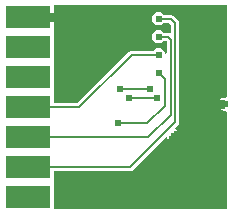
<source format=gbl>
G04 Layer_Physical_Order=2*
G04 Layer_Color=11436288*
%FSLAX25Y25*%
%MOIN*%
G70*
G01*
G75*
%ADD11R,0.15000X0.07600*%
%ADD15C,0.00600*%
%ADD18C,0.02400*%
G36*
X178929Y458568D02*
X178429Y458158D01*
X178000Y458243D01*
X177142Y458072D01*
X176414Y457586D01*
X176356Y457500D01*
X178000D01*
Y454500D01*
X176356D01*
X176414Y454414D01*
X177142Y453928D01*
X178000Y453757D01*
X178429Y453842D01*
X178929Y453432D01*
Y421071D01*
X121000D01*
Y429800D01*
X121000D01*
Y430200D01*
X121000D01*
Y433674D01*
X146500D01*
X147007Y433775D01*
X147437Y434063D01*
X158401Y445027D01*
X158880Y444882D01*
X158928Y444642D01*
X159414Y443914D01*
X159500Y443856D01*
Y445500D01*
X161000D01*
Y447000D01*
X162644D01*
X162586Y447086D01*
X161858Y447572D01*
X161618Y447620D01*
X161473Y448099D01*
X162437Y449063D01*
X162725Y449493D01*
X162826Y450000D01*
Y483000D01*
X162725Y483507D01*
X162437Y483937D01*
X160937Y485437D01*
X160507Y485725D01*
X160000Y485825D01*
X157760D01*
X157586Y486086D01*
X156858Y486572D01*
X156000Y486743D01*
X155142Y486572D01*
X154414Y486086D01*
X153928Y485358D01*
X153757Y484500D01*
X153928Y483642D01*
X154414Y482914D01*
X155142Y482428D01*
X156000Y482257D01*
X156858Y482428D01*
X157586Y482914D01*
X157760Y483175D01*
X159451D01*
X160175Y482451D01*
Y479880D01*
X159675Y479613D01*
X159507Y479725D01*
X159000Y479825D01*
X157760D01*
X157586Y480086D01*
X156858Y480572D01*
X156000Y480743D01*
X155142Y480572D01*
X154414Y480086D01*
X153928Y479358D01*
X153757Y478500D01*
X153928Y477642D01*
X154414Y476914D01*
X155142Y476428D01*
X156000Y476257D01*
X156858Y476428D01*
X157586Y476914D01*
X157760Y477175D01*
X158451D01*
X158675Y476951D01*
Y472894D01*
X158175Y472845D01*
X158072Y473358D01*
X157586Y474086D01*
X156858Y474572D01*
X156000Y474743D01*
X155142Y474572D01*
X154414Y474086D01*
X154240Y473826D01*
X147000D01*
X146493Y473725D01*
X146063Y473437D01*
X128951Y456325D01*
X121000D01*
Y459800D01*
X121000D01*
Y460200D01*
X121000D01*
Y469800D01*
X121000D01*
Y470200D01*
X121000D01*
Y479800D01*
X121000D01*
Y480200D01*
X121000D01*
Y483500D01*
X112500D01*
Y486500D01*
X121000D01*
Y488929D01*
X178929D01*
Y458568D01*
D02*
G37*
%LPC*%
G36*
X171644Y429500D02*
X171500D01*
Y429356D01*
X171586Y429414D01*
X171644Y429500D01*
D02*
G37*
G36*
X159500Y432644D02*
X159414Y432586D01*
X159356Y432500D01*
X159500D01*
Y432644D01*
D02*
G37*
G36*
X162500D02*
Y432500D01*
X162644D01*
X162586Y432586D01*
X162500Y432644D01*
D02*
G37*
G36*
X159500Y429500D02*
X159356D01*
X159414Y429414D01*
X159500Y429356D01*
Y429500D01*
D02*
G37*
G36*
X162644D02*
X162500D01*
Y429356D01*
X162586Y429414D01*
X162644Y429500D01*
D02*
G37*
G36*
X168500D02*
X168356D01*
X168414Y429414D01*
X168500Y429356D01*
Y429500D01*
D02*
G37*
G36*
Y432644D02*
X168414Y432586D01*
X168356Y432500D01*
X168500D01*
Y432644D01*
D02*
G37*
G36*
X173333Y447689D02*
X173189D01*
Y447545D01*
X173275Y447603D01*
X173333Y447689D01*
D02*
G37*
G36*
X170189Y450833D02*
X170103Y450775D01*
X170045Y450689D01*
X170189D01*
Y450833D01*
D02*
G37*
G36*
X173189D02*
Y450689D01*
X173333D01*
X173275Y450775D01*
X173189Y450833D01*
D02*
G37*
G36*
X171500Y432644D02*
Y432500D01*
X171644D01*
X171586Y432586D01*
X171500Y432644D01*
D02*
G37*
G36*
X162644Y444000D02*
X162500D01*
Y443856D01*
X162586Y443914D01*
X162644Y444000D01*
D02*
G37*
G36*
X170189Y447689D02*
X170045D01*
X170103Y447603D01*
X170189Y447545D01*
Y447689D01*
D02*
G37*
%LPD*%
D11*
X112500Y485000D02*
D03*
Y475000D02*
D03*
Y465000D02*
D03*
Y455000D02*
D03*
Y445000D02*
D03*
Y435000D02*
D03*
Y425000D02*
D03*
D15*
X145000Y461000D02*
X153000D01*
X143000D02*
X145000D01*
X147000Y472500D02*
X156000D01*
X129500Y455000D02*
X147000Y472500D01*
X112500Y455000D02*
X129500D01*
X161500Y450000D02*
Y483000D01*
X146500Y435000D02*
X161500Y450000D01*
X112500Y435000D02*
X146500D01*
X156000Y478500D02*
X159000D01*
X160000Y477500D01*
Y452500D02*
Y477500D01*
X152500Y445000D02*
X160000Y452500D01*
X112500Y445000D02*
X152500D01*
X156000Y484500D02*
X160000D01*
X161500Y483000D01*
X156000Y466500D02*
X158000Y464500D01*
Y455500D02*
Y464500D01*
X152250Y449750D02*
X158000Y455500D01*
X142500Y449750D02*
X152250D01*
X146000Y458000D02*
X155500D01*
D18*
X143000Y461000D02*
D03*
X156000Y484500D02*
D03*
Y478500D02*
D03*
Y472500D02*
D03*
X155500Y458000D02*
D03*
X153000Y461000D02*
D03*
X142500Y449750D02*
D03*
X156000Y466500D02*
D03*
X146000Y458000D02*
D03*
X161000Y445500D02*
D03*
X170000Y431000D02*
D03*
X161000D02*
D03*
X171689Y449189D02*
D03*
X178000Y456000D02*
D03*
M02*

</source>
